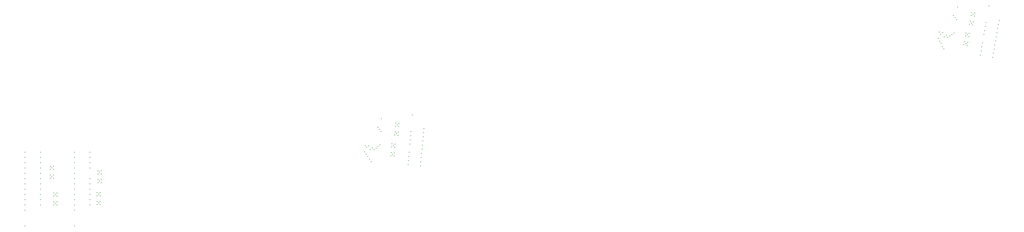
<source format=gbr>
*
G4_C Author: OrCAD GerbTool(tm) 8.1.1 Wed Jun 18 21:18:24 2003*
G4 Mass Parameters *
G4 Image *
G4 Aperture Definitions *
G4 Plot Data *
G4 Mass Parameters *
G4 Image *
G4 Aperture Definitions *
G4 Plot Data *
G4 Mass Parameters *
G4 Image *
G4 Aperture Definitions *
G4 Plot Data *
G4 Mass Parameters *
G4 Image *
G4 Aperture Definitions *
G4 Plot Data *
%LPD*%
%FSLAX34Y34*%
%MOIN*%
%AD*%
%ADD10R,0.050000X0.050000*%
%ADD11C,0.006000*%
%ADD12C,0.019000*%
%ADD13C,0.007900*%
%ADD14C,0.005000*%
%ADD15C,0.000800*%
%ADD16R,0.070000X0.025000*%
%ADD17R,0.068000X0.023000*%
%ADD18C,0.006000*%
%ADD19C,0.009800*%
%ADD20C,0.010000*%
%ADD21C,0.030000*%
%ADD22C,0.060000*%
%ADD23C,0.035000*%
%ADD24C,0.055000*%
%ADD25C,0.065000*%
%ADD256C,0.015000*%
%ADD257C,0.011000*%
%ADD258C,0.036000*%
G4_C OrCAD GerbTool Tool List *
G4_D256 2 0.0150 T 0 0*
G4_D257 1 0.0110 T 0 0*
G4_D258 3 0.0360 T 0 0*
G54D257*
G1X8227Y8345D3*
G1X8225Y7845D3*
G1X8225Y7345D3*
G1X8227Y5844D3*
G1X8226Y5344D3*
G1X8225Y4845D3*
G1X8225Y4345D3*
G1X8226Y3845D3*
G1X8226Y3344D3*
G1X6755Y8346D3*
G1X6755Y7846D3*
G1X6754Y7345D3*
G1X6754Y6846D3*
G1X6754Y6346D3*
G1X6754Y5845D3*
G1X6755Y5345D3*
G1X6755Y4846D3*
G1X6754Y4345D3*
G1X6755Y3846D3*
G1X6754Y3346D3*
G1X6755Y2845D3*
G1X6754Y1346D3*
G1X8225Y6845D3*
G1X9213Y3375D3*
G1X9213Y3676D3*
G1X8914Y3375D3*
G1X8914Y3675D3*
G1X9064Y3525D3*
G1X9213Y4215D3*
G1X9213Y4516D3*
G1X8913Y4215D3*
G1X8913Y4515D3*
G1X9063Y4365D3*
G1X9290Y5439D3*
G1X9290Y5739D3*
G1X8990Y5439D3*
G1X8990Y5739D3*
G1X9140Y5589D3*
G1X9289Y6279D3*
G1X9289Y6579D3*
G1X8990Y6279D3*
G1X8990Y6579D3*
G1X9140Y6429D3*
G1X3536Y6845D3*
G1X3537Y6344D3*
G1X3538Y5844D3*
G1X3537Y5344D3*
G1X3536Y4845D3*
G1X3536Y4345D3*
G1X3537Y3845D3*
G1X3537Y3344D3*
G1X2066Y8347D3*
G1X2066Y7847D3*
G1X2065Y7346D3*
G1X2065Y6847D3*
G1X2065Y6347D3*
G1X2065Y5846D3*
G1X2066Y5346D3*
G1X2066Y4847D3*
G1X2065Y4346D3*
G1X2066Y3847D3*
G1X2065Y3347D3*
G1X2066Y2846D3*
G1X2065Y1346D3*
G1X3536Y8345D3*
G1X3536Y7845D3*
G1X3536Y7345D3*
G1X5082Y3321D3*
G1X5082Y3621D3*
G1X4782Y3321D3*
G1X4783Y3621D3*
G1X4933Y3471D3*
G1X5081Y4161D3*
G1X5081Y4461D3*
G1X4782Y4161D3*
G1X4782Y4461D3*
G1X4932Y4311D3*
G1X4751Y5863D3*
G1X4751Y6164D3*
G1X4452Y5863D3*
G1X4452Y6163D3*
G1X4602Y6013D3*
G1X4751Y6703D3*
G1X4751Y7003D3*
G1X4451Y6703D3*
G1X4451Y7003D3*
G1X4601Y6853D3*
G1X89421Y19423D3*
G1X89194Y18143D3*
G1X90109Y21313D3*
G1X90251Y21110D3*
G1X90393Y20908D3*
G1X90171Y19645D3*
G1X89968Y19503D3*
G1X89765Y19361D3*
G1X89562Y19219D3*
G1X88763Y19718D3*
G1X88905Y19514D3*
G1X89219Y19280D3*
G1X89107Y19657D3*
G1X88929Y18658D3*
G1X88791Y18879D3*
G1X89057Y18374D3*
G1X88656Y19122D3*
G1X93833Y17338D3*
G1X93901Y17727D3*
G1X93969Y18114D3*
G1X94038Y18501D3*
G1X94106Y18889D3*
G1X94174Y19276D3*
G1X94243Y19664D3*
G1X94311Y20052D3*
G1X94380Y20440D3*
G1X94448Y20827D3*
G1X92650Y17547D3*
G1X92718Y17935D3*
G1X92787Y18322D3*
G1X92855Y18710D3*
G1X92992Y19485D3*
G1X93060Y19873D3*
G1X93128Y20261D3*
G1X93197Y20649D3*
G1X93470Y22198D3*
G1X91406Y18472D3*
G1X91458Y18767D3*
G1X91110Y18524D3*
G1X91162Y18819D3*
G1X91284Y18645D3*
G1X91550Y19299D3*
G1X91603Y19595D3*
G1X91255Y19351D3*
G1X91308Y19646D3*
G1X91429Y19473D3*
G1X91938Y20408D3*
G1X91990Y20703D3*
G1X91642Y20460D3*
G1X91695Y20755D3*
G1X91816Y20581D3*
G1X92083Y21235D3*
G1X92135Y21531D3*
G1X91787Y21287D3*
G1X91840Y21582D3*
G1X91961Y21409D3*
G1X90508Y22090D3*
G1X35001Y8742D3*
G1X34886Y7447D3*
G1X35522Y10686D3*
G1X35681Y10496D3*
G1X35840Y10306D3*
G1X35728Y9029D3*
G1X35539Y8870D3*
G1X35349Y8711D3*
G1X35160Y8552D3*
G1X34320Y8979D3*
G1X34478Y8788D3*
G1X34812Y8582D3*
G1X34668Y8949D3*
G1X34578Y7937D3*
G1X34420Y8146D3*
G1X34730Y7666D3*
G1X34265Y8376D3*
G1X39577Y7050D3*
G1X39612Y7444D3*
G1X39646Y7835D3*
G1X39680Y8227D3*
G1X39715Y8619D3*
G1X39749Y9011D3*
G1X39783Y9403D3*
G1X39818Y9796D3*
G1X39852Y10188D3*
G1X39886Y10580D3*
G1X38381Y7155D3*
G1X38415Y7547D3*
G1X38450Y7939D3*
G1X38484Y8331D3*
G1X38553Y9115D3*
G1X38587Y9508D3*
G1X38621Y9900D3*
G1X38656Y10293D3*
G1X38793Y11860D3*
G1X37061Y7968D3*
G1X37087Y8267D3*
G1X36762Y7994D3*
G1X36788Y8293D3*
G1X36925Y8131D3*
G1X37133Y8805D3*
G1X37159Y9104D3*
G1X36834Y8831D3*
G1X36861Y9129D3*
G1X36997Y8967D3*
G1X37422Y9943D3*
G1X37449Y10242D3*
G1X37123Y9969D3*
G1X37150Y10268D3*
G1X37286Y10106D3*
G1X37494Y10780D3*
G1X37521Y11079D3*
G1X37196Y10806D3*
G1X37223Y11104D3*
G1X37358Y10942D3*
G1X35851Y11494D3*
M2*

</source>
